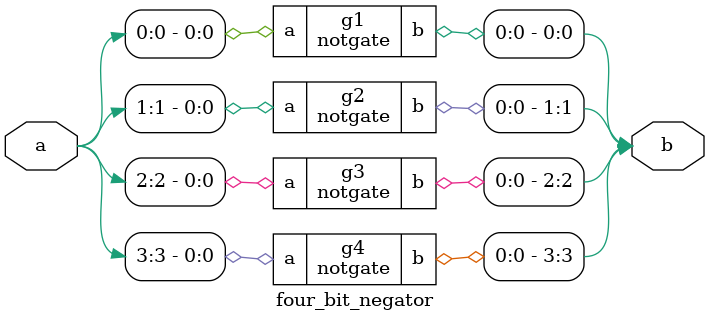
<source format=v>
module notgate(output b, input a);
	nand n1 (b, a, a);
endmodule

module four_bit_negator(input [3:0] a, output [3:0] b);
	notgate g1(b[0],a[0]);
	notgate g2(b[1],a[1]);
	notgate g3(b[2],a[2]);
	notgate g4(b[3],a[3]);
endmodule

</source>
